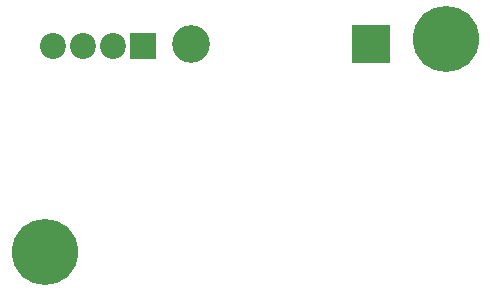
<source format=gbr>
%TF.GenerationSoftware,KiCad,Pcbnew,7.0.2*%
%TF.CreationDate,2023-05-06T19:40:55+10:00*%
%TF.ProjectId,Regulator,52656775-6c61-4746-9f72-2e6b69636164,rev?*%
%TF.SameCoordinates,Original*%
%TF.FileFunction,Soldermask,Bot*%
%TF.FilePolarity,Negative*%
%FSLAX46Y46*%
G04 Gerber Fmt 4.6, Leading zero omitted, Abs format (unit mm)*
G04 Created by KiCad (PCBNEW 7.0.2) date 2023-05-06 19:40:55*
%MOMM*%
%LPD*%
G01*
G04 APERTURE LIST*
%ADD10C,5.600000*%
%ADD11C,2.200000*%
%ADD12R,2.200000X2.200000*%
%ADD13O,3.200000X3.200000*%
%ADD14R,3.200000X3.200000*%
G04 APERTURE END LIST*
D10*
%TO.C,H3*%
X150000000Y-73000000D03*
%TD*%
%TO.C,H1*%
X116000000Y-91000000D03*
%TD*%
D11*
%TO.C,J2*%
X116695000Y-73600000D03*
X119235000Y-73600000D03*
X121775000Y-73600000D03*
D12*
X124315000Y-73600000D03*
%TD*%
D13*
%TO.C,D1*%
X128380000Y-73400000D03*
D14*
X143620000Y-73400000D03*
%TD*%
M02*

</source>
